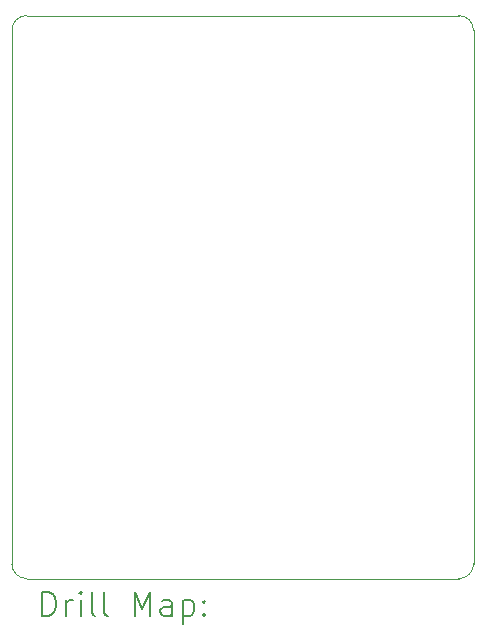
<source format=gbr>
%TF.GenerationSoftware,KiCad,Pcbnew,9.0.6*%
%TF.CreationDate,2026-01-22T12:38:03+05:30*%
%TF.ProjectId,Muscle sensor,4d757363-6c65-4207-9365-6e736f722e6b,rev?*%
%TF.SameCoordinates,Original*%
%TF.FileFunction,Drillmap*%
%TF.FilePolarity,Positive*%
%FSLAX45Y45*%
G04 Gerber Fmt 4.5, Leading zero omitted, Abs format (unit mm)*
G04 Created by KiCad (PCBNEW 9.0.6) date 2026-01-22 12:38:03*
%MOMM*%
%LPD*%
G01*
G04 APERTURE LIST*
%ADD10C,0.050000*%
%ADD11C,0.200000*%
G04 APERTURE END LIST*
D10*
X14034000Y-6043450D02*
G75*
G02*
X14159000Y-5918450I125000J0D01*
G01*
X14159000Y-10686000D02*
G75*
G02*
X14034000Y-10561000I0J125000D01*
G01*
X17818000Y-5918450D02*
G75*
G02*
X17943000Y-6043450I0J-125000D01*
G01*
X17943000Y-10561000D02*
G75*
G02*
X17818000Y-10686000I-125000J0D01*
G01*
X14159000Y-5918450D02*
X17818000Y-5918450D01*
X17818000Y-10686000D02*
X14159000Y-10686000D01*
X14034000Y-10561000D02*
X14034000Y-6043450D01*
X17943000Y-6043450D02*
X17943000Y-10561000D01*
D11*
X14292277Y-10999984D02*
X14292277Y-10799984D01*
X14292277Y-10799984D02*
X14339896Y-10799984D01*
X14339896Y-10799984D02*
X14368467Y-10809508D01*
X14368467Y-10809508D02*
X14387515Y-10828555D01*
X14387515Y-10828555D02*
X14397039Y-10847603D01*
X14397039Y-10847603D02*
X14406562Y-10885698D01*
X14406562Y-10885698D02*
X14406562Y-10914270D01*
X14406562Y-10914270D02*
X14397039Y-10952365D01*
X14397039Y-10952365D02*
X14387515Y-10971412D01*
X14387515Y-10971412D02*
X14368467Y-10990460D01*
X14368467Y-10990460D02*
X14339896Y-10999984D01*
X14339896Y-10999984D02*
X14292277Y-10999984D01*
X14492277Y-10999984D02*
X14492277Y-10866650D01*
X14492277Y-10904746D02*
X14501801Y-10885698D01*
X14501801Y-10885698D02*
X14511324Y-10876174D01*
X14511324Y-10876174D02*
X14530372Y-10866650D01*
X14530372Y-10866650D02*
X14549420Y-10866650D01*
X14616086Y-10999984D02*
X14616086Y-10866650D01*
X14616086Y-10799984D02*
X14606562Y-10809508D01*
X14606562Y-10809508D02*
X14616086Y-10819031D01*
X14616086Y-10819031D02*
X14625610Y-10809508D01*
X14625610Y-10809508D02*
X14616086Y-10799984D01*
X14616086Y-10799984D02*
X14616086Y-10819031D01*
X14739896Y-10999984D02*
X14720848Y-10990460D01*
X14720848Y-10990460D02*
X14711324Y-10971412D01*
X14711324Y-10971412D02*
X14711324Y-10799984D01*
X14844658Y-10999984D02*
X14825610Y-10990460D01*
X14825610Y-10990460D02*
X14816086Y-10971412D01*
X14816086Y-10971412D02*
X14816086Y-10799984D01*
X15073229Y-10999984D02*
X15073229Y-10799984D01*
X15073229Y-10799984D02*
X15139896Y-10942841D01*
X15139896Y-10942841D02*
X15206562Y-10799984D01*
X15206562Y-10799984D02*
X15206562Y-10999984D01*
X15387515Y-10999984D02*
X15387515Y-10895222D01*
X15387515Y-10895222D02*
X15377991Y-10876174D01*
X15377991Y-10876174D02*
X15358943Y-10866650D01*
X15358943Y-10866650D02*
X15320848Y-10866650D01*
X15320848Y-10866650D02*
X15301801Y-10876174D01*
X15387515Y-10990460D02*
X15368467Y-10999984D01*
X15368467Y-10999984D02*
X15320848Y-10999984D01*
X15320848Y-10999984D02*
X15301801Y-10990460D01*
X15301801Y-10990460D02*
X15292277Y-10971412D01*
X15292277Y-10971412D02*
X15292277Y-10952365D01*
X15292277Y-10952365D02*
X15301801Y-10933317D01*
X15301801Y-10933317D02*
X15320848Y-10923793D01*
X15320848Y-10923793D02*
X15368467Y-10923793D01*
X15368467Y-10923793D02*
X15387515Y-10914270D01*
X15482753Y-10866650D02*
X15482753Y-11066650D01*
X15482753Y-10876174D02*
X15501801Y-10866650D01*
X15501801Y-10866650D02*
X15539896Y-10866650D01*
X15539896Y-10866650D02*
X15558943Y-10876174D01*
X15558943Y-10876174D02*
X15568467Y-10885698D01*
X15568467Y-10885698D02*
X15577991Y-10904746D01*
X15577991Y-10904746D02*
X15577991Y-10961889D01*
X15577991Y-10961889D02*
X15568467Y-10980936D01*
X15568467Y-10980936D02*
X15558943Y-10990460D01*
X15558943Y-10990460D02*
X15539896Y-10999984D01*
X15539896Y-10999984D02*
X15501801Y-10999984D01*
X15501801Y-10999984D02*
X15482753Y-10990460D01*
X15663705Y-10980936D02*
X15673229Y-10990460D01*
X15673229Y-10990460D02*
X15663705Y-10999984D01*
X15663705Y-10999984D02*
X15654182Y-10990460D01*
X15654182Y-10990460D02*
X15663705Y-10980936D01*
X15663705Y-10980936D02*
X15663705Y-10999984D01*
X15663705Y-10876174D02*
X15673229Y-10885698D01*
X15673229Y-10885698D02*
X15663705Y-10895222D01*
X15663705Y-10895222D02*
X15654182Y-10885698D01*
X15654182Y-10885698D02*
X15663705Y-10876174D01*
X15663705Y-10876174D02*
X15663705Y-10895222D01*
M02*

</source>
